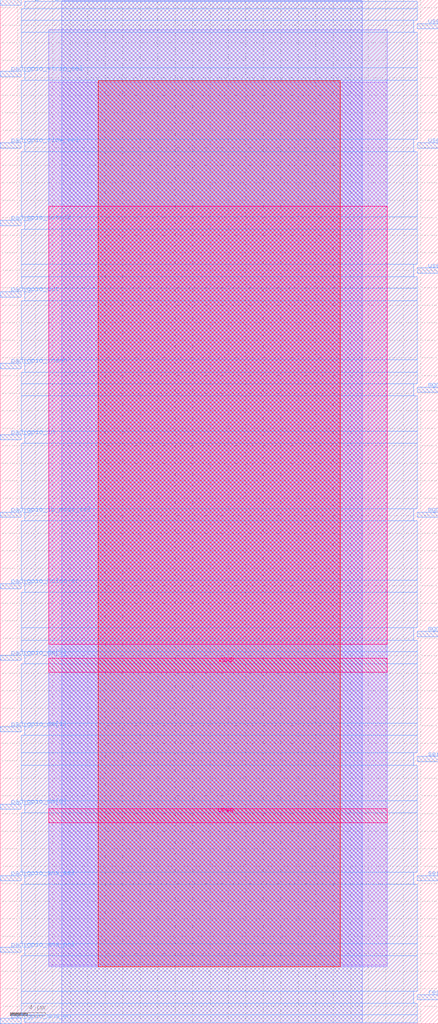
<source format=lef>
VERSION 5.7 ;
  NOWIREEXTENSIONATPIN ON ;
  DIVIDERCHAR "/" ;
  BUSBITCHARS "[]" ;
MACRO gpio_control_block
  CLASS BLOCK ;
  FOREIGN gpio_control_block ;
  ORIGIN 0.000 0.000 ;
  SIZE 50.000 BY 116.880 ;
  PIN mgmt_gpio_in
    DIRECTION OUTPUT TRISTATE ;
    PORT
      LAYER met3 ;
        RECT 47.600 44.200 50.000 44.800 ;
    END
  END mgmt_gpio_in
  PIN mgmt_gpio_oeb
    DIRECTION INPUT ;
    PORT
      LAYER met3 ;
        RECT 47.600 57.800 50.000 58.400 ;
    END
  END mgmt_gpio_oeb
  PIN mgmt_gpio_out
    DIRECTION INPUT ;
    PORT
      LAYER met3 ;
        RECT 47.600 72.080 50.000 72.680 ;
    END
  END mgmt_gpio_out
  PIN pad_gpio_ana_en
    DIRECTION OUTPUT TRISTATE ;
    PORT
      LAYER met3 ;
        RECT 0.000 0.000 2.400 0.600 ;
    END
  END pad_gpio_ana_en
  PIN pad_gpio_ana_pol
    DIRECTION OUTPUT TRISTATE ;
    PORT
      LAYER met3 ;
        RECT 0.000 8.160 2.400 8.760 ;
    END
  END pad_gpio_ana_pol
  PIN pad_gpio_ana_sel
    DIRECTION OUTPUT TRISTATE ;
    PORT
      LAYER met3 ;
        RECT 0.000 16.320 2.400 16.920 ;
    END
  END pad_gpio_ana_sel
  PIN pad_gpio_dm[0]
    DIRECTION OUTPUT TRISTATE ;
    PORT
      LAYER met3 ;
        RECT 0.000 24.480 2.400 25.080 ;
    END
  END pad_gpio_dm[0]
  PIN pad_gpio_dm[1]
    DIRECTION OUTPUT TRISTATE ;
    PORT
      LAYER met3 ;
        RECT 0.000 33.320 2.400 33.920 ;
    END
  END pad_gpio_dm[1]
  PIN pad_gpio_dm[2]
    DIRECTION OUTPUT TRISTATE ;
    PORT
      LAYER met3 ;
        RECT 0.000 41.480 2.400 42.080 ;
    END
  END pad_gpio_dm[2]
  PIN pad_gpio_holdover
    DIRECTION OUTPUT TRISTATE ;
    PORT
      LAYER met3 ;
        RECT 0.000 49.640 2.400 50.240 ;
    END
  END pad_gpio_holdover
  PIN pad_gpio_ib_mode_sel
    DIRECTION OUTPUT TRISTATE ;
    PORT
      LAYER met3 ;
        RECT 0.000 57.800 2.400 58.400 ;
    END
  END pad_gpio_ib_mode_sel
  PIN pad_gpio_in
    DIRECTION INPUT ;
    PORT
      LAYER met3 ;
        RECT 0.000 66.640 2.400 67.240 ;
    END
  END pad_gpio_in
  PIN pad_gpio_inenb
    DIRECTION OUTPUT TRISTATE ;
    PORT
      LAYER met3 ;
        RECT 0.000 74.800 2.400 75.400 ;
    END
  END pad_gpio_inenb
  PIN pad_gpio_out
    DIRECTION OUTPUT TRISTATE ;
    PORT
      LAYER met3 ;
        RECT 0.000 82.960 2.400 83.560 ;
    END
  END pad_gpio_out
  PIN pad_gpio_outenb
    DIRECTION OUTPUT TRISTATE ;
    PORT
      LAYER met3 ;
        RECT 0.000 91.120 2.400 91.720 ;
    END
  END pad_gpio_outenb
  PIN pad_gpio_slow_sel
    DIRECTION OUTPUT TRISTATE ;
    PORT
      LAYER met3 ;
        RECT 0.000 99.960 2.400 100.560 ;
    END
  END pad_gpio_slow_sel
  PIN pad_gpio_vtrip_sel
    DIRECTION OUTPUT TRISTATE ;
    PORT
      LAYER met3 ;
        RECT 0.000 108.120 2.400 108.720 ;
    END
  END pad_gpio_vtrip_sel
  PIN resetn
    DIRECTION INPUT ;
    PORT
      LAYER met3 ;
        RECT 47.600 2.720 50.000 3.320 ;
    END
  END resetn
  PIN serial_clock
    DIRECTION INPUT ;
    PORT
      LAYER met3 ;
        RECT 47.600 16.320 50.000 16.920 ;
    END
  END serial_clock
  PIN serial_data_in
    DIRECTION INPUT ;
    PORT
      LAYER met3 ;
        RECT 47.600 29.920 50.000 30.520 ;
    END
  END serial_data_in
  PIN serial_data_out
    DIRECTION OUTPUT TRISTATE ;
    PORT
      LAYER met3 ;
        RECT 0.000 116.280 2.400 116.880 ;
    END
  END serial_data_out
  PIN user_gpio_in
    DIRECTION OUTPUT TRISTATE ;
    PORT
      LAYER met3 ;
        RECT 47.600 85.680 50.000 86.280 ;
    END
  END user_gpio_in
  PIN user_gpio_oeb
    DIRECTION INPUT ;
    PORT
      LAYER met3 ;
        RECT 47.600 99.960 50.000 100.560 ;
    END
  END user_gpio_oeb
  PIN user_gpio_out
    DIRECTION INPUT ;
    PORT
      LAYER met3 ;
        RECT 47.600 113.560 50.000 114.160 ;
    END
  END user_gpio_out
  PIN VPWR
    DIRECTION INPUT ;
    USE POWER ;
    PORT
      LAYER met5 ;
        RECT 5.520 22.925 44.160 24.525 ;
    END
  END VPWR
  PIN VGND
    DIRECTION INPUT ;
    USE GROUND ;
    PORT
      LAYER met5 ;
        RECT 5.520 40.135 44.160 41.735 ;
    END
  END VGND
  OBS
      LAYER li1 ;
        RECT 5.520 6.675 44.160 107.485 ;
      LAYER met1 ;
        RECT 5.520 6.520 44.160 113.480 ;
      LAYER met2 ;
        RECT 7.000 0.115 41.310 116.765 ;
      LAYER met3 ;
        RECT 2.800 115.880 47.600 116.745 ;
        RECT 2.400 114.560 47.600 115.880 ;
        RECT 2.400 113.160 47.200 114.560 ;
        RECT 2.400 109.120 47.600 113.160 ;
        RECT 2.800 107.720 47.600 109.120 ;
        RECT 2.400 100.960 47.600 107.720 ;
        RECT 2.800 99.560 47.200 100.960 ;
        RECT 2.400 92.120 47.600 99.560 ;
        RECT 2.800 90.720 47.600 92.120 ;
        RECT 2.400 86.680 47.600 90.720 ;
        RECT 2.400 85.280 47.200 86.680 ;
        RECT 2.400 83.960 47.600 85.280 ;
        RECT 2.800 82.560 47.600 83.960 ;
        RECT 2.400 75.800 47.600 82.560 ;
        RECT 2.800 74.400 47.600 75.800 ;
        RECT 2.400 73.080 47.600 74.400 ;
        RECT 2.400 71.680 47.200 73.080 ;
        RECT 2.400 67.640 47.600 71.680 ;
        RECT 2.800 66.240 47.600 67.640 ;
        RECT 2.400 58.800 47.600 66.240 ;
        RECT 2.800 57.400 47.200 58.800 ;
        RECT 2.400 50.640 47.600 57.400 ;
        RECT 2.800 49.240 47.600 50.640 ;
        RECT 2.400 45.200 47.600 49.240 ;
        RECT 2.400 43.800 47.200 45.200 ;
        RECT 2.400 42.480 47.600 43.800 ;
        RECT 2.800 41.080 47.600 42.480 ;
        RECT 2.400 34.320 47.600 41.080 ;
        RECT 2.800 32.920 47.600 34.320 ;
        RECT 2.400 30.920 47.600 32.920 ;
        RECT 2.400 29.520 47.200 30.920 ;
        RECT 2.400 25.480 47.600 29.520 ;
        RECT 2.800 24.080 47.600 25.480 ;
        RECT 2.400 17.320 47.600 24.080 ;
        RECT 2.800 15.920 47.200 17.320 ;
        RECT 2.400 9.160 47.600 15.920 ;
        RECT 2.800 7.760 47.600 9.160 ;
        RECT 2.400 3.720 47.600 7.760 ;
        RECT 2.400 2.320 47.200 3.720 ;
        RECT 2.400 1.000 47.600 2.320 ;
        RECT 2.800 0.135 47.600 1.000 ;
      LAYER met4 ;
        RECT 11.210 6.520 38.785 107.640 ;
      LAYER met5 ;
        RECT 5.520 43.335 44.160 93.350 ;
  END
END gpio_control_block
END LIBRARY


</source>
